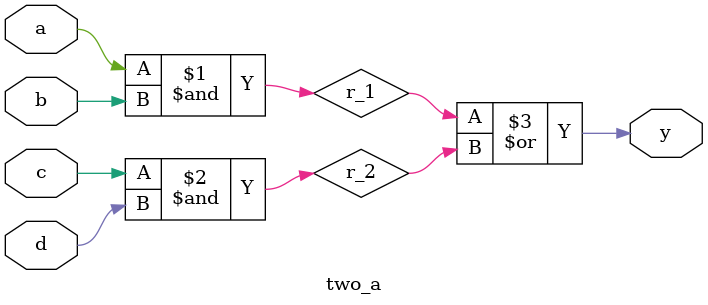
<source format=v>
`timescale 1ns / 1ps
module two_a(a,b,c,d,y);
input a,b,c,d;
output y;
wire r_1,r_2;
and(r_1,a,b);
and(r_2,c,d);
or(y,r_1,r_2);
endmodule

</source>
